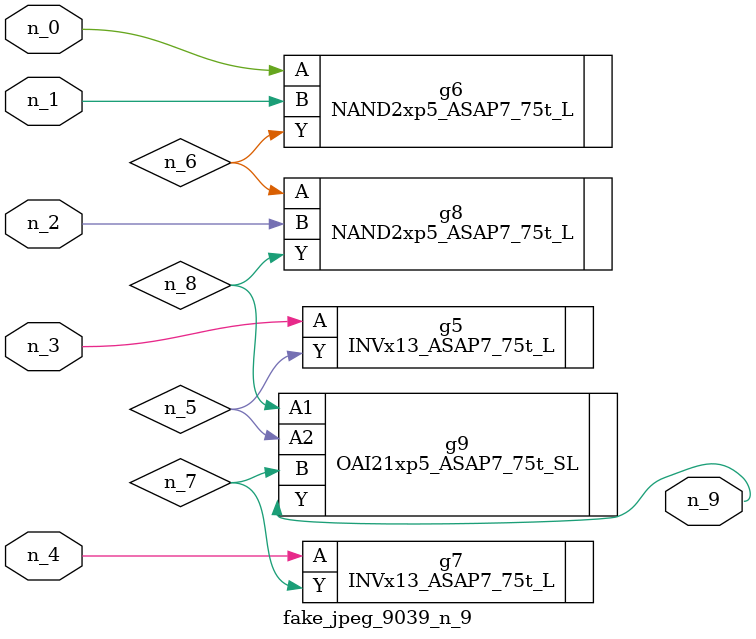
<source format=v>
module fake_jpeg_9039_n_9 (n_3, n_2, n_1, n_0, n_4, n_9);

input n_3;
input n_2;
input n_1;
input n_0;
input n_4;

output n_9;

wire n_8;
wire n_6;
wire n_5;
wire n_7;

INVx13_ASAP7_75t_L g5 ( 
.A(n_3),
.Y(n_5)
);

NAND2xp5_ASAP7_75t_L g6 ( 
.A(n_0),
.B(n_1),
.Y(n_6)
);

INVx13_ASAP7_75t_L g7 ( 
.A(n_4),
.Y(n_7)
);

NAND2xp5_ASAP7_75t_L g8 ( 
.A(n_6),
.B(n_2),
.Y(n_8)
);

OAI21xp5_ASAP7_75t_SL g9 ( 
.A1(n_8),
.A2(n_5),
.B(n_7),
.Y(n_9)
);


endmodule
</source>
